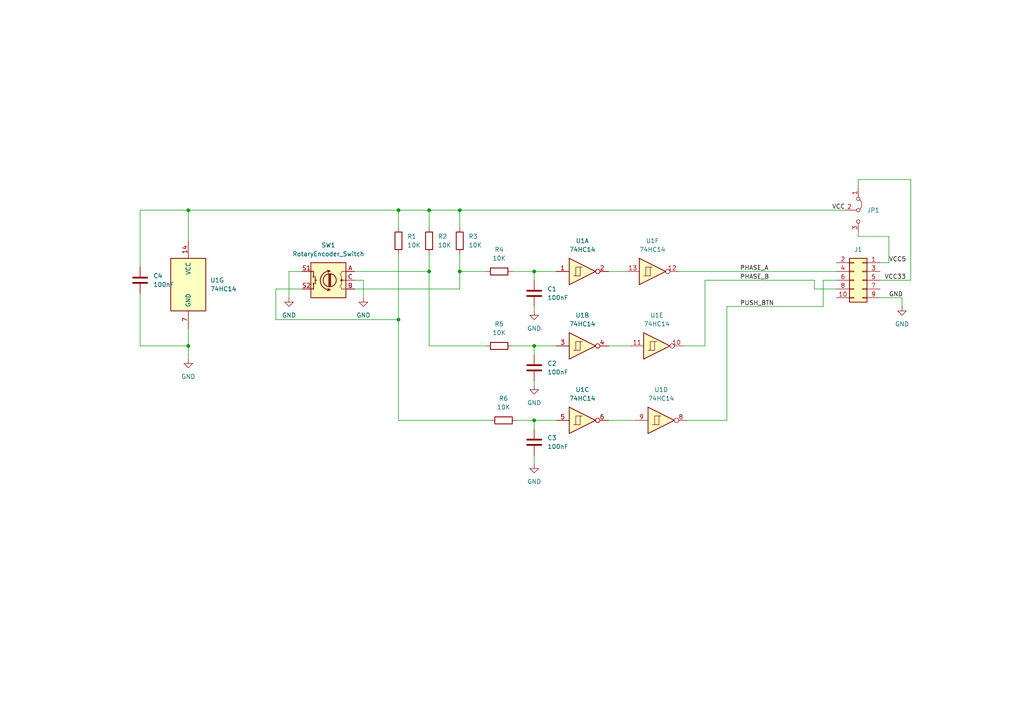
<source format=kicad_sch>
(kicad_sch (version 20211123) (generator eeschema)
  (paper "A4")
  (title_block (title "Test Rotary Encoder with debouncing"))
  (lib_symbols
    (symbol "74xx:74HC14" (pin_names (offset 1.016))
      (property "Reference" "U" (at 0 1.27 0))
      (property "Value" "74HC14" (at 0 -1.27 0))
      (symbol "74HC14_1_0"
        (polyline (pts (xy -3.81 3.81) (xy -3.81 -3.81) (xy 3.81 0) (xy -3.81 3.81)) (stroke (width 0.254)) (fill (type background)))
        (pin input line (at -7.62 0 0) (length 3.81) (name "~") (number "1"))
        (pin output inverted (at 7.62 0 180) (length 3.81) (name "~") (number "2"))
      )
      (symbol "74HC14_1_1"
        (polyline (pts (xy -1.905 -1.27) (xy -1.905 1.27) (xy -0.635 1.27)))
        (polyline (pts (xy -2.54 -1.27) (xy -0.635 -1.27) (xy -0.635 1.27) (xy 0 1.27)))
      )
      (symbol "74HC14_2_0"
        (polyline (pts (xy -3.81 3.81) (xy -3.81 -3.81) (xy 3.81 0) (xy -3.81 3.81)) (stroke (width 0.254)) (fill (type background)))
        (pin input line (at -7.62 0 0) (length 3.81) (name "~") (number "3"))
        (pin output inverted (at 7.62 0 180) (length 3.81) (name "~") (number "4"))
      )
      (symbol "74HC14_2_1"
        (polyline (pts (xy -1.905 -1.27) (xy -1.905 1.27) (xy -0.635 1.27)))
        (polyline (pts (xy -2.54 -1.27) (xy -0.635 -1.27) (xy -0.635 1.27) (xy 0 1.27)))
      )
      (symbol "74HC14_3_0"
        (polyline (pts (xy -3.81 3.81) (xy -3.81 -3.81) (xy 3.81 0) (xy -3.81 3.81)) (stroke (width 0.254)) (fill (type background)))
        (pin input line (at -7.62 0 0) (length 3.81) (name "~") (number "5"))
        (pin output inverted (at 7.62 0 180) (length 3.81) (name "~") (number "6"))
      )
      (symbol "74HC14_3_1"
        (polyline (pts (xy -1.905 -1.27) (xy -1.905 1.27) (xy -0.635 1.27)))
        (polyline (pts (xy -2.54 -1.27) (xy -0.635 -1.27) (xy -0.635 1.27) (xy 0 1.27)))
      )
      (symbol "74HC14_4_0"
        (polyline (pts (xy -3.81 3.81) (xy -3.81 -3.81) (xy 3.81 0) (xy -3.81 3.81)) (stroke (width 0.254)) (fill (type background)))
        (pin output inverted (at 7.62 0 180) (length 3.81) (name "~") (number "8"))
        (pin input line (at -7.62 0 0) (length 3.81) (name "~") (number "9"))
      )
      (symbol "74HC14_4_1"
        (polyline (pts (xy -1.905 -1.27) (xy -1.905 1.27) (xy -0.635 1.27)))
        (polyline (pts (xy -2.54 -1.27) (xy -0.635 -1.27) (xy -0.635 1.27) (xy 0 1.27)))
      )
      (symbol "74HC14_5_0"
        (polyline (pts (xy -3.81 3.81) (xy -3.81 -3.81) (xy 3.81 0) (xy -3.81 3.81)) (stroke (width 0.254)) (fill (type background)))
        (pin output inverted (at 7.62 0 180) (length 3.81) (name "~") (number "10"))
        (pin input line (at -7.62 0 0) (length 3.81) (name "~") (number "11"))
      )
      (symbol "74HC14_5_1"
        (polyline (pts (xy -1.905 -1.27) (xy -1.905 1.27) (xy -0.635 1.27)))
        (polyline (pts (xy -2.54 -1.27) (xy -0.635 -1.27) (xy -0.635 1.27) (xy 0 1.27)))
      )
      (symbol "74HC14_6_0"
        (polyline (pts (xy -3.81 3.81) (xy -3.81 -3.81) (xy 3.81 0) (xy -3.81 3.81)) (stroke (width 0.254)) (fill (type background)))
        (pin output inverted (at 7.62 0 180) (length 3.81) (name "~") (number "12"))
        (pin input line (at -7.62 0 0) (length 3.81) (name "~") (number "13"))
      )
      (symbol "74HC14_6_1"
        (polyline (pts (xy -1.905 -1.27) (xy -1.905 1.27) (xy -0.635 1.27)))
        (polyline (pts (xy -2.54 -1.27) (xy -0.635 -1.27) (xy -0.635 1.27) (xy 0 1.27)))
      )
      (symbol "74HC14_7_0"
        (pin power_in line (at 0 12.7 270) (length 5.08) (name "VCC") (number "14"))
        (pin power_in line (at 0 -12.7 90) (length 5.08) (name "GND") (number "7"))
      )
      (symbol "74HC14_7_1"
        (rectangle (start -5.08 7.62) (end 5.08 -7.62) (stroke (width 0.254)) (fill (type background)))
      )
    )
    (symbol "Connector_Generic:Conn_02x05_Odd_Even" (pin_names (offset 1.016) hide)
      (property "Reference" "J" (at 1.27 7.62 0))
      (property "Value" "Conn_02x05_Odd_Even" (at 1.27 -7.62 0))
      (symbol "Conn_02x05_Odd_Even_1_1"
        (rectangle (start -1.27 -4.953) (end 0 -5.207) (stroke (width 0.1524)))
        (rectangle (start -1.27 -2.413) (end 0 -2.667) (stroke (width 0.1524)))
        (rectangle (start -1.27 0.127) (end 0 -0.127) (stroke (width 0.1524)))
        (rectangle (start -1.27 2.667) (end 0 2.413) (stroke (width 0.1524)))
        (rectangle (start -1.27 5.207) (end 0 4.953) (stroke (width 0.1524)))
        (rectangle (start -1.27 6.35) (end 3.81 -6.35) (stroke (width 0.254)) (fill (type background)))
        (rectangle (start 3.81 -4.953) (end 2.54 -5.207) (stroke (width 0.1524)))
        (rectangle (start 3.81 -2.413) (end 2.54 -2.667) (stroke (width 0.1524)))
        (rectangle (start 3.81 0.127) (end 2.54 -0.127) (stroke (width 0.1524)))
        (rectangle (start 3.81 2.667) (end 2.54 2.413) (stroke (width 0.1524)))
        (rectangle (start 3.81 5.207) (end 2.54 4.953) (stroke (width 0.1524)))
        (pin passive line (at -5.08 5.08 0) (length 3.81) (name "Pin_1") (number "1"))
        (pin passive line (at 7.62 -5.08 180) (length 3.81) (name "Pin_10") (number "10"))
        (pin passive line (at 7.62 5.08 180) (length 3.81) (name "Pin_2") (number "2"))
        (pin passive line (at -5.08 2.54 0) (length 3.81) (name "Pin_3") (number "3"))
        (pin passive line (at 7.62 2.54 180) (length 3.81) (name "Pin_4") (number "4"))
        (pin passive line (at -5.08 0 0) (length 3.81) (name "Pin_5") (number "5"))
        (pin passive line (at 7.62 0 180) (length 3.81) (name "Pin_6") (number "6"))
        (pin passive line (at -5.08 -2.54 0) (length 3.81) (name "Pin_7") (number "7"))
        (pin passive line (at 7.62 -2.54 180) (length 3.81) (name "Pin_8") (number "8"))
        (pin passive line (at -5.08 -5.08 0) (length 3.81) (name "Pin_9") (number "9"))
      )
    )
    (symbol "Device:C" (pin_numbers hide) (pin_names (offset 0.254))
      (property "Reference" "C" (at 0.635 2.54 0))
      (property "Value" "C" (at 0.635 -2.54 0))
      (symbol "C_0_1"
        (polyline (pts (xy -2.032 -0.762) (xy 2.032 -0.762)) (stroke (width 0.508)))
        (polyline (pts (xy -2.032 0.762) (xy 2.032 0.762)) (stroke (width 0.508)))
      )
      (symbol "C_1_1"
        (pin passive line (at 0 3.81 270) (length 2.794) (name "~") (number "1"))
        (pin passive line (at 0 -3.81 90) (length 2.794) (name "~") (number "2"))
      )
    )
    (symbol "Device:R" (pin_numbers hide) (pin_names (offset 0))
      (property "Reference" "R" (at 2.032 0 90))
      (property "Value" "R" (at 0 0 90))
      (symbol "R_0_1"
        (rectangle (start -1.016 -2.54) (end 1.016 2.54) (stroke (width 0.254)))
      )
      (symbol "R_1_1"
        (pin passive line (at 0 3.81 270) (length 1.27) (name "~") (number "1"))
        (pin passive line (at 0 -3.81 90) (length 1.27) (name "~") (number "2"))
      )
    )
    (symbol "Device:RotaryEncoder_Switch" (pin_names (offset 0.254) hide)
      (property "Reference" "SW" (at 0 6.604 0))
      (property "Value" "RotaryEncoder_Switch" (at 0 -6.604 0))
      (symbol "RotaryEncoder_Switch_0_1"
        (rectangle (start -5.08 5.08) (end 5.08 -5.08) (stroke (width 0.254)) (fill (type background)))
        (circle (center -3.81 0) (radius 0.254) (fill (type outline)))
        (arc (start -0.381 -2.794) (mid 2.3622 -0.0635) (end -0.381 2.667) (stroke (width 0.254)))
        (circle (center -0.381 0) (radius 1.905) (stroke (width 0.254)))
        (polyline (pts (xy -0.635 -1.778) (xy -0.635 1.778)) (stroke (width 0.254)))
        (polyline (pts (xy -0.381 -1.778) (xy -0.381 1.778)) (stroke (width 0.254)))
        (polyline (pts (xy -0.127 1.778) (xy -0.127 -1.778)) (stroke (width 0.254)))
        (polyline (pts (xy 3.81 0) (xy 3.429 0)) (stroke (width 0.254)))
        (polyline (pts (xy 3.81 1.016) (xy 3.81 -1.016)) (stroke (width 0.254)))
        (polyline (pts (xy -5.08 -2.54) (xy -3.81 -2.54) (xy -3.81 -2.032)))
        (polyline (pts (xy -5.08 2.54) (xy -3.81 2.54) (xy -3.81 2.032)))
        (polyline (pts (xy 0.254 -3.048) (xy -0.508 -2.794) (xy 0.127 -2.413)) (stroke (width 0.254)))
        (polyline (pts (xy 0.254 2.921) (xy -0.508 2.667) (xy 0.127 2.286)) (stroke (width 0.254)))
        (polyline (pts (xy 5.08 -2.54) (xy 4.318 -2.54) (xy 4.318 -1.016)) (stroke (width 0.254)))
        (polyline (pts (xy 5.08 2.54) (xy 4.318 2.54) (xy 4.318 1.016)) (stroke (width 0.254)))
        (polyline (pts (xy -5.08 0) (xy -3.81 0) (xy -3.81 -1.016) (xy -3.302 -2.032)))
        (polyline (pts (xy -4.318 0) (xy -3.81 0) (xy -3.81 1.016) (xy -3.302 2.032)))
        (circle (center 4.318 -1.016) (radius 0.127) (stroke (width 0.254)))
        (circle (center 4.318 1.016) (radius 0.127) (stroke (width 0.254)))
      )
      (symbol "RotaryEncoder_Switch_1_1"
        (pin passive line (at -7.62 2.54 0) (length 2.54) (name "A") (number "A"))
        (pin passive line (at -7.62 -2.54 0) (length 2.54) (name "B") (number "B"))
        (pin passive line (at -7.62 0 0) (length 2.54) (name "C") (number "C"))
        (pin passive line (at 7.62 2.54 180) (length 2.54) (name "S1") (number "S1"))
        (pin passive line (at 7.62 -2.54 180) (length 2.54) (name "S2") (number "S2"))
      )
    )
    (symbol "Jumper:Jumper_3_Bridged12" (pin_names (offset 0) hide)
      (property "Reference" "JP" (at -2.54 -2.54 0))
      (property "Value" "Jumper_3_Bridged12" (at 0 2.794 0))
      (symbol "Jumper_3_Bridged12_0_0"
        (circle (center -3.302 0) (radius 0.508))
        (circle (center 0 0) (radius 0.508))
        (circle (center 3.302 0) (radius 0.508))
      )
      (symbol "Jumper_3_Bridged12_0_1"
        (arc (start -0.254 0.508) (mid -1.651 0.9912) (end -3.048 0.508))
        (polyline (pts (xy 0 -1.27) (xy 0 -0.508)))
      )
      (symbol "Jumper_3_Bridged12_1_1"
        (pin passive line (at -6.35 0 0) (length 2.54) (name "A") (number "1"))
        (pin input line (at 0 -3.81 90) (length 2.54) (name "C") (number "2"))
        (pin passive line (at 6.35 0 180) (length 2.54) (name "B") (number "3"))
      )
    )
    (symbol "power:GND" (power) (pin_names (offset 0))
      (property "Value" "GND" (at 0 -3.81 0))
      (symbol "GND_0_1"
        (polyline (pts (xy 0 0) (xy 0 -1.27) (xy 1.27 -1.27) (xy 0 -2.54) (xy -1.27 -1.27) (xy 0 -1.27)))
      )
      (symbol "GND_1_1"
        (pin power_in line (at 0 0 270) (length 0) hide (name "GND") (number "1"))
      )
    )
  )
  (junction (at 124.46 78.74))
  (junction (at 133.35 78.74))
  (junction (at 115.57 60.96))
  (junction (at 133.35 60.96))
  (junction (at 124.46 60.96))
  (junction (at 54.61 60.96))
  (junction (at 54.61 100.33))
  (junction (at 154.94 100.33))
  (junction (at 154.94 121.92))
  (junction (at 115.57 92.71))
  (junction (at 154.94 78.74))
  (wire (pts (xy 248.92 67.31) (xy 248.92 68.58)))
  (wire (pts (xy 242.57 81.28) (xy 238.76 81.28)))
  (wire (pts (xy 54.61 100.33) (xy 54.61 104.14)))
  (wire (pts (xy 154.94 121.92) (xy 161.29 121.92)))
  (wire (pts (xy 154.94 78.74) (xy 161.29 78.74)))
  (wire (pts (xy 133.35 73.66) (xy 133.35 78.74)))
  (wire (pts (xy 83.82 78.74) (xy 87.63 78.74)))
  (wire (pts (xy 255.27 81.28) (xy 264.16 81.28)))
  (wire (pts (xy 54.61 60.96) (xy 54.61 69.85)))
  (wire (pts (xy 199.39 121.92) (xy 210.82 121.92)))
  (wire (pts (xy 261.62 86.36) (xy 261.62 88.9)))
  (wire (pts (xy 54.61 60.96) (xy 40.64 60.96)))
  (wire (pts (xy 124.46 60.96) (xy 133.35 60.96)))
  (wire (pts (xy 102.87 83.82) (xy 133.35 83.82)))
  (wire (pts (xy 248.92 54.61) (xy 248.92 52.07)))
  (wire (pts (xy 115.57 92.71) (xy 115.57 121.92)))
  (wire (pts (xy 124.46 73.66) (xy 124.46 78.74)))
  (wire (pts (xy 210.82 121.92) (xy 210.82 88.9)))
  (wire (pts (xy 154.94 88.9) (xy 154.94 90.17)))
  (wire (pts (xy 133.35 60.96) (xy 245.11 60.96)))
  (wire (pts (xy 102.87 81.28) (xy 105.41 81.28)))
  (wire (pts (xy 238.76 81.28) (xy 238.76 88.9)))
  (wire (pts (xy 198.12 100.33) (xy 204.47 100.33)))
  (wire (pts (xy 176.53 100.33) (xy 182.88 100.33)))
  (wire (pts (xy 80.01 83.82) (xy 80.01 92.71)))
  (wire (pts (xy 257.81 68.58) (xy 257.81 76.2)))
  (wire (pts (xy 236.22 81.28) (xy 236.22 83.82)))
  (wire (pts (xy 148.59 78.74) (xy 154.94 78.74)))
  (wire (pts (xy 238.76 88.9) (xy 210.82 88.9)))
  (wire (pts (xy 204.47 81.28) (xy 236.22 81.28)))
  (wire (pts (xy 257.81 76.2) (xy 255.27 76.2)))
  (wire (pts (xy 176.53 121.92) (xy 184.15 121.92)))
  (wire (pts (xy 124.46 78.74) (xy 124.46 100.33)))
  (wire (pts (xy 133.35 60.96) (xy 133.35 66.04)))
  (wire (pts (xy 40.64 85.09) (xy 40.64 100.33)))
  (wire (pts (xy 264.16 52.07) (xy 264.16 81.28)))
  (wire (pts (xy 124.46 60.96) (xy 124.46 66.04)))
  (wire (pts (xy 124.46 100.33) (xy 140.97 100.33)))
  (wire (pts (xy 133.35 83.82) (xy 133.35 78.74)))
  (wire (pts (xy 204.47 100.33) (xy 204.47 81.28)))
  (wire (pts (xy 115.57 60.96) (xy 124.46 60.96)))
  (wire (pts (xy 248.92 68.58) (xy 257.81 68.58)))
  (wire (pts (xy 154.94 100.33) (xy 161.29 100.33)))
  (wire (pts (xy 149.86 121.92) (xy 154.94 121.92)))
  (wire (pts (xy 54.61 60.96) (xy 115.57 60.96)))
  (wire (pts (xy 176.53 78.74) (xy 181.61 78.74)))
  (wire (pts (xy 196.85 78.74) (xy 242.57 78.74)))
  (wire (pts (xy 105.41 81.28) (xy 105.41 86.36)))
  (wire (pts (xy 154.94 78.74) (xy 154.94 81.28)))
  (wire (pts (xy 80.01 83.82) (xy 87.63 83.82)))
  (wire (pts (xy 248.92 52.07) (xy 264.16 52.07)))
  (wire (pts (xy 148.59 100.33) (xy 154.94 100.33)))
  (wire (pts (xy 54.61 100.33) (xy 54.61 95.25)))
  (wire (pts (xy 154.94 100.33) (xy 154.94 102.87)))
  (wire (pts (xy 102.87 78.74) (xy 124.46 78.74)))
  (wire (pts (xy 115.57 60.96) (xy 115.57 66.04)))
  (wire (pts (xy 40.64 60.96) (xy 40.64 77.47)))
  (wire (pts (xy 154.94 134.62) (xy 154.94 132.08)))
  (wire (pts (xy 83.82 78.74) (xy 83.82 86.36)))
  (wire (pts (xy 255.27 86.36) (xy 261.62 86.36)))
  (wire (pts (xy 40.64 100.33) (xy 54.61 100.33)))
  (wire (pts (xy 154.94 110.49) (xy 154.94 111.76)))
  (wire (pts (xy 154.94 121.92) (xy 154.94 124.46)))
  (wire (pts (xy 80.01 92.71) (xy 115.57 92.71)))
  (wire (pts (xy 133.35 78.74) (xy 140.97 78.74)))
  (wire (pts (xy 115.57 121.92) (xy 142.24 121.92)))
  (wire (pts (xy 115.57 73.66) (xy 115.57 92.71)))
  (wire (pts (xy 236.22 83.82) (xy 242.57 83.82)))
  (label "PHASE_A" (at 214.63 78.74 0))
  (label "GND" (at 257.81 86.36 0))
  (label "PHASE_B" (at 214.63 81.28 0))
  (label "PUSH_BTN" (at 214.63 88.9 0))
  (label "VCC5" (at 257.81 76.2 0))
  (label "VCC33" (at 256.54 81.28 0))
  (label "VCC" (at 241.3 60.96 0))
  (symbol (lib_id "74xx:74HC14") (at 190.5 100.33 0) (unit 5)
    (property "Reference" "U1" (at 190.5 91.44 0))
    (property "Value" "74HC14" (at 190.5 93.98 0))
    (property "Footprint" "Package_DIP:DIP-14_W7.62mm" (effects hide))
    (property "Datasheet" "http://www.ti.com/lit/gpn/sn74HC14" (effects hide))
  )
  (symbol (lib_id "Device:R") (at 124.46 69.85 0) (unit 1)
    (property "Reference" "R2" (at 127 68.5799 0) (effects (justify left)))
    (property "Value" "10K" (at 127 71.1199 0) (effects (justify left)))
    (property "Footprint" "Resistor_THT:R_Axial_DIN0309_L9.0mm_D3.2mm_P12.70mm_Horizontal" (effects hide))
  )
  (symbol (lib_id "Connector_Generic:Conn_02x05_Odd_Even") (at 250.19 81.28 0) (mirror y) (unit 1)
    (property "Reference" "J1" (at 248.92 72.39 0))
    (property "Value" "Conn_02x05_Odd_Even" (effects hide))
    (property "Footprint" "Connector_IDC:IDC-Header_2x05_P2.54mm_Vertical" (effects hide))
  )
  (symbol (lib_id "power:GND") (at 54.61 104.14 0) (unit 1)
    (property "Reference" "#PWR0103" (effects hide))
    (property "Value" "GND" (at 54.61 109.22 0))
  )
  (symbol (lib_id "74xx:74HC14") (at 168.91 78.74 0) (unit 1)
    (property "Reference" "U1" (at 168.91 69.85 0))
    (property "Value" "74HC14" (at 168.91 72.39 0))
    (property "Footprint" "Package_DIP:DIP-14_W7.62mm" (effects hide))
    (property "Datasheet" "http://www.ti.com/lit/gpn/sn74HC14" (effects hide))
  )
  (symbol (lib_id "Device:C") (at 40.64 81.28 0) (unit 1)
    (property "Reference" "C4" (at 44.45 80.0099 0) (effects (justify left)))
    (property "Value" "100nF" (at 44.45 82.5499 0) (effects (justify left)))
    (property "Footprint" "Capacitor_THT:C_Rect_L7.0mm_W2.0mm_P5.00mm" (effects hide))
  )
  (symbol (lib_id "Device:R") (at 144.78 100.33 90) (unit 1)
    (property "Reference" "R5" (at 144.78 93.98 90))
    (property "Value" "10K" (at 144.78 96.52 90))
    (property "Footprint" "Resistor_THT:R_Axial_DIN0309_L9.0mm_D3.2mm_P12.70mm_Horizontal" (effects hide))
  )
  (symbol (lib_id "Jumper:Jumper_3_Bridged12") (at 248.92 60.96 270) (unit 1)
    (property "Reference" "JP1" (at 251.46 60.9599 90) (effects (justify left)))
    (property "Value" "Jumper_3_Bridged12" (effects hide))
    (property "Footprint" "Connector_PinHeader_2.54mm:PinHeader_1x03_P2.54mm_Vertical" (effects hide))
  )
  (symbol (lib_id "Device:R") (at 133.35 69.85 0) (unit 1)
    (property "Reference" "R3" (at 135.89 68.5799 0) (effects (justify left)))
    (property "Value" "10K" (at 135.89 71.1199 0) (effects (justify left)))
    (property "Footprint" "Resistor_THT:R_Axial_DIN0309_L9.0mm_D3.2mm_P12.70mm_Horizontal" (effects hide))
  )
  (symbol (lib_id "Device:RotaryEncoder_Switch") (at 95.25 81.28 0) (mirror y) (unit 1)
    (property "Reference" "SW1" (at 95.25 71.12 0))
    (property "Value" "RotaryEncoder_Switch" (at 95.25 73.66 0))
    (property "Footprint" "Rotary_Encoder:RotaryEncoder_Alps_EC11E-Switch_Vertical_H20mm" (effects hide))
  )
  (symbol (lib_id "74xx:74HC14") (at 189.23 78.74 0) (unit 6)
    (property "Reference" "U1" (at 189.23 69.85 0))
    (property "Value" "74HC14" (at 189.23 72.39 0))
    (property "Footprint" "Package_DIP:DIP-14_W7.62mm" (effects hide))
    (property "Datasheet" "http://www.ti.com/lit/gpn/sn74HC14" (effects hide))
  )
  (symbol (lib_id "74xx:74HC14") (at 54.61 82.55 0) (unit 7)
    (property "Reference" "U1" (at 60.96 81.2799 0) (effects (justify left)))
    (property "Value" "74HC14" (at 60.96 83.8199 0) (effects (justify left)))
    (property "Footprint" "Package_DIP:DIP-14_W7.62mm" (effects hide))
    (property "Datasheet" "http://www.ti.com/lit/gpn/sn74HC14" (effects hide))
  )
  (symbol (lib_id "74xx:74HC14") (at 191.77 121.92 0) (unit 4)
    (property "Reference" "U1" (at 191.77 113.03 0))
    (property "Value" "74HC14" (at 191.77 115.57 0))
    (property "Footprint" "Package_DIP:DIP-14_W7.62mm" (effects hide))
    (property "Datasheet" "http://www.ti.com/lit/gpn/sn74HC14" (effects hide))
  )
  (symbol (lib_id "power:GND") (at 154.94 111.76 0) (unit 1)
    (property "Reference" "#PWR0104" (effects hide))
    (property "Value" "GND" (at 154.94 116.84 0))
  )
  (symbol (lib_id "power:GND") (at 261.62 88.9 0) (unit 1)
    (property "Reference" "#PWR0107" (effects hide))
    (property "Value" "GND" (at 261.62 93.98 0))
  )
  (symbol (lib_id "Device:R") (at 146.05 121.92 90) (unit 1)
    (property "Reference" "R6" (at 146.05 115.57 90))
    (property "Value" "10K" (at 146.05 118.11 90))
    (property "Footprint" "Resistor_THT:R_Axial_DIN0309_L9.0mm_D3.2mm_P12.70mm_Horizontal" (effects hide))
  )
  (symbol (lib_id "74xx:74HC14") (at 168.91 100.33 0) (unit 2)
    (property "Reference" "U1" (at 168.91 91.44 0))
    (property "Value" "74HC14" (at 168.91 93.98 0))
    (property "Footprint" "Package_DIP:DIP-14_W7.62mm" (effects hide))
    (property "Datasheet" "http://www.ti.com/lit/gpn/sn74HC14" (effects hide))
  )
  (symbol (lib_id "Device:C") (at 154.94 85.09 0) (unit 1)
    (property "Reference" "C1" (at 158.75 83.8199 0) (effects (justify left)))
    (property "Value" "100nF" (at 158.75 86.3599 0) (effects (justify left)))
    (property "Footprint" "Capacitor_THT:C_Rect_L7.0mm_W2.0mm_P5.00mm" (effects hide))
  )
  (symbol (lib_id "Device:C") (at 154.94 128.27 0) (unit 1)
    (property "Reference" "C3" (at 158.75 126.9999 0) (effects (justify left)))
    (property "Value" "100nF" (at 158.75 129.5399 0) (effects (justify left)))
    (property "Footprint" "Capacitor_THT:C_Rect_L7.0mm_W2.0mm_P5.00mm" (effects hide))
  )
  (symbol (lib_id "power:GND") (at 83.82 86.36 0) (unit 1)
    (property "Reference" "#PWR0102" (effects hide))
    (property "Value" "GND" (at 83.82 91.44 0))
  )
  (symbol (lib_id "power:GND") (at 105.41 86.36 0) (unit 1)
    (property "Reference" "#PWR0101" (effects hide))
    (property "Value" "GND" (at 105.41 91.44 0))
  )
  (symbol (lib_id "power:GND") (at 154.94 90.17 0) (unit 1)
    (property "Reference" "#PWR0105" (effects hide))
    (property "Value" "GND" (at 154.94 95.25 0))
  )
  (symbol (lib_id "Device:R") (at 115.57 69.85 0) (unit 1)
    (property "Reference" "R1" (at 118.11 68.5799 0) (effects (justify left)))
    (property "Value" "10K" (at 118.11 71.1199 0) (effects (justify left)))
    (property "Footprint" "Resistor_THT:R_Axial_DIN0309_L9.0mm_D3.2mm_P12.70mm_Horizontal" (effects hide))
  )
  (symbol (lib_id "74xx:74HC14") (at 168.91 121.92 0) (unit 3)
    (property "Reference" "U1" (at 168.91 113.03 0))
    (property "Value" "74HC14" (at 168.91 115.57 0))
    (property "Footprint" "Package_DIP:DIP-14_W7.62mm" (effects hide))
    (property "Datasheet" "http://www.ti.com/lit/gpn/sn74HC14" (effects hide))
  )
  (symbol (lib_id "Device:R") (at 144.78 78.74 90) (unit 1)
    (property "Reference" "R4" (at 144.78 72.39 90))
    (property "Value" "10K" (at 144.78 74.93 90))
    (property "Footprint" "Resistor_THT:R_Axial_DIN0309_L9.0mm_D3.2mm_P12.70mm_Horizontal" (effects hide))
  )
  (symbol (lib_id "Device:C") (at 154.94 106.68 0) (unit 1)
    (property "Reference" "C2" (at 158.75 105.4099 0) (effects (justify left)))
    (property "Value" "100nF" (at 158.75 107.9499 0) (effects (justify left)))
    (property "Footprint" "Capacitor_THT:C_Rect_L7.0mm_W2.0mm_P5.00mm" (effects hide))
  )
  (symbol (lib_id "power:GND") (at 154.94 134.62 0) (unit 1)
    (property "Reference" "#PWR0106" (effects hide))
    (property "Value" "GND" (at 154.94 139.7 0))
  )
)
</source>
